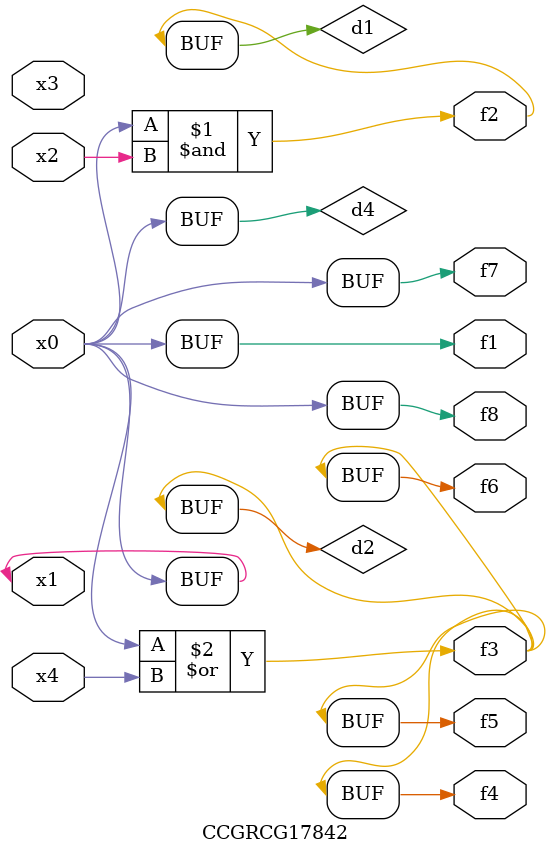
<source format=v>
module CCGRCG17842(
	input x0, x1, x2, x3, x4,
	output f1, f2, f3, f4, f5, f6, f7, f8
);

	wire d1, d2, d3, d4;

	and (d1, x0, x2);
	or (d2, x0, x4);
	nand (d3, x0, x2);
	buf (d4, x0, x1);
	assign f1 = d4;
	assign f2 = d1;
	assign f3 = d2;
	assign f4 = d2;
	assign f5 = d2;
	assign f6 = d2;
	assign f7 = d4;
	assign f8 = d4;
endmodule

</source>
